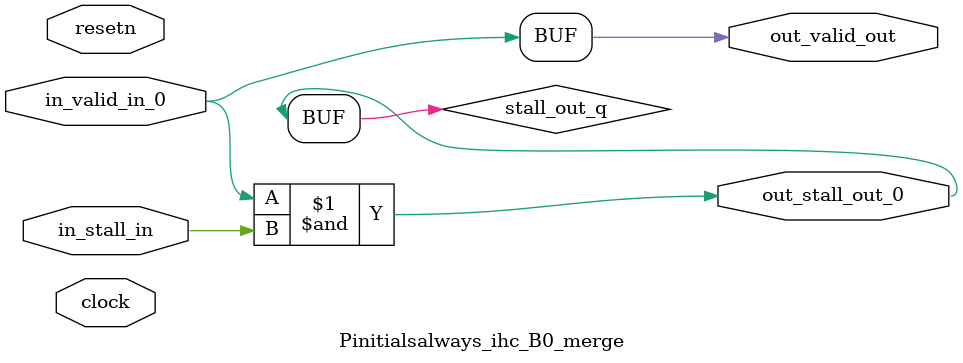
<source format=sv>



(* altera_attribute = "-name AUTO_SHIFT_REGISTER_RECOGNITION OFF; -name MESSAGE_DISABLE 10036; -name MESSAGE_DISABLE 10037; -name MESSAGE_DISABLE 14130; -name MESSAGE_DISABLE 14320; -name MESSAGE_DISABLE 15400; -name MESSAGE_DISABLE 14130; -name MESSAGE_DISABLE 10036; -name MESSAGE_DISABLE 12020; -name MESSAGE_DISABLE 12030; -name MESSAGE_DISABLE 12010; -name MESSAGE_DISABLE 12110; -name MESSAGE_DISABLE 14320; -name MESSAGE_DISABLE 13410; -name MESSAGE_DISABLE 113007; -name MESSAGE_DISABLE 10958" *)
module Pinitialsalways_ihc_B0_merge (
    input wire [0:0] in_stall_in,
    input wire [0:0] in_valid_in_0,
    output wire [0:0] out_stall_out_0,
    output wire [0:0] out_valid_out,
    input wire clock,
    input wire resetn
    );

    wire [0:0] stall_out_q;


    // stall_out(LOGICAL,6)
    assign stall_out_q = in_valid_in_0 & in_stall_in;

    // out_stall_out_0(GPOUT,4)
    assign out_stall_out_0 = stall_out_q;

    // out_valid_out(GPOUT,5)
    assign out_valid_out = in_valid_in_0;

endmodule

</source>
